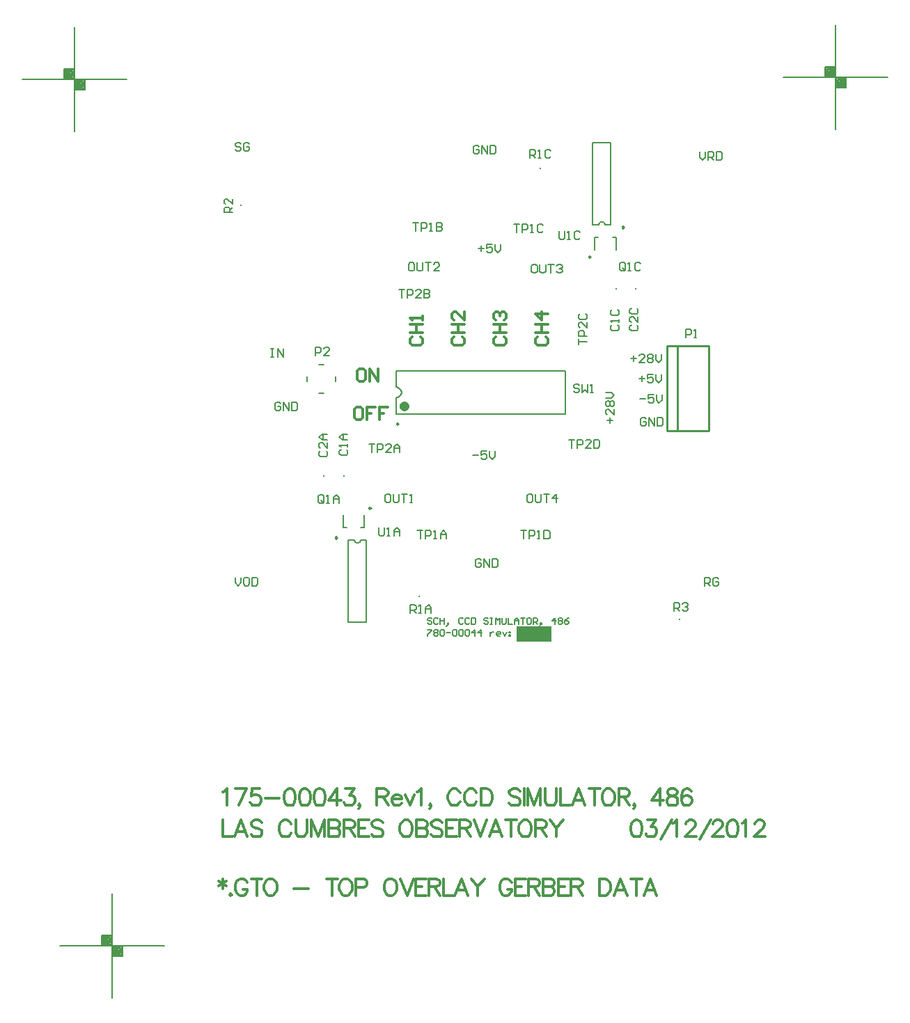
<source format=gto>
%FSLAX23Y23*%
%MOIN*%
G70*
G01*
G75*
G04 Layer_Color=65535*
%ADD10R,0.070X0.135*%
%ADD11R,0.087X0.024*%
%ADD12R,0.135X0.070*%
%ADD13R,0.050X0.050*%
%ADD14R,0.050X0.050*%
%ADD15R,0.035X0.037*%
%ADD16R,0.035X0.037*%
%ADD17C,0.010*%
%ADD18C,0.012*%
%ADD19C,0.008*%
%ADD20C,0.012*%
%ADD21C,0.012*%
%ADD22R,0.059X0.059*%
%ADD23C,0.059*%
%ADD24C,0.055*%
%ADD25R,0.070X0.070*%
%ADD26C,0.070*%
%ADD27C,0.024*%
%ADD28C,0.040*%
%ADD29C,0.075*%
G04:AMPARAMS|DCode=30|XSize=95.433mil|YSize=95.433mil|CornerRadius=0mil|HoleSize=0mil|Usage=FLASHONLY|Rotation=0.000|XOffset=0mil|YOffset=0mil|HoleType=Round|Shape=Relief|Width=10mil|Gap=10mil|Entries=4|*
%AMTHD30*
7,0,0,0.095,0.075,0.010,45*
%
%ADD30THD30*%
G04:AMPARAMS|DCode=31|XSize=93.465mil|YSize=93.465mil|CornerRadius=0mil|HoleSize=0mil|Usage=FLASHONLY|Rotation=0.000|XOffset=0mil|YOffset=0mil|HoleType=Round|Shape=Relief|Width=10mil|Gap=10mil|Entries=4|*
%AMTHD31*
7,0,0,0.093,0.073,0.010,45*
%
%ADD31THD31*%
%ADD32C,0.073*%
G04:AMPARAMS|DCode=33|XSize=100mil|YSize=100mil|CornerRadius=0mil|HoleSize=0mil|Usage=FLASHONLY|Rotation=0.000|XOffset=0mil|YOffset=0mil|HoleType=Round|Shape=Relief|Width=10mil|Gap=10mil|Entries=4|*
%AMTHD33*
7,0,0,0.100,0.080,0.010,45*
%
%ADD33THD33*%
%ADD34C,0.080*%
%ADD35C,0.050*%
G04:AMPARAMS|DCode=36|XSize=70mil|YSize=70mil|CornerRadius=0mil|HoleSize=0mil|Usage=FLASHONLY|Rotation=0.000|XOffset=0mil|YOffset=0mil|HoleType=Round|Shape=Relief|Width=10mil|Gap=10mil|Entries=4|*
%AMTHD36*
7,0,0,0.070,0.050,0.010,45*
%
%ADD36THD36*%
%ADD37C,0.005*%
%ADD38C,0.006*%
%ADD39C,0.008*%
%ADD40C,0.010*%
%ADD41C,0.024*%
%ADD42C,0.010*%
%ADD43C,0.007*%
%ADD44R,0.169X0.072*%
D17*
X16242Y8524D02*
Y8929D01*
X16442Y8524D02*
Y8929D01*
X16242Y8524D02*
X16442D01*
X16242Y8929D02*
X16442D01*
X16292Y8524D02*
Y8929D01*
D18*
X14113Y6377D02*
Y6331D01*
X14094Y6366D02*
X14132Y6343D01*
Y6366D02*
X14094Y6343D01*
X14152Y6305D02*
X14148Y6301D01*
X14152Y6297D01*
X14156Y6301D01*
X14152Y6305D01*
X14231Y6358D02*
X14227Y6366D01*
X14219Y6373D01*
X14212Y6377D01*
X14196D01*
X14189Y6373D01*
X14181Y6366D01*
X14177Y6358D01*
X14174Y6347D01*
Y6327D01*
X14177Y6316D01*
X14181Y6308D01*
X14189Y6301D01*
X14196Y6297D01*
X14212D01*
X14219Y6301D01*
X14227Y6308D01*
X14231Y6316D01*
Y6327D01*
X14212D02*
X14231D01*
X14276Y6377D02*
Y6297D01*
X14249Y6377D02*
X14302D01*
X14335D02*
X14327Y6373D01*
X14319Y6366D01*
X14316Y6358D01*
X14312Y6347D01*
Y6327D01*
X14316Y6316D01*
X14319Y6308D01*
X14327Y6301D01*
X14335Y6297D01*
X14350D01*
X14358Y6301D01*
X14365Y6308D01*
X14369Y6316D01*
X14373Y6327D01*
Y6347D01*
X14369Y6358D01*
X14365Y6366D01*
X14358Y6373D01*
X14350Y6377D01*
X14335D01*
X14454Y6331D02*
X14523D01*
X14636Y6377D02*
Y6297D01*
X14609Y6377D02*
X14663D01*
X14695D02*
X14687Y6373D01*
X14680Y6366D01*
X14676Y6358D01*
X14672Y6347D01*
Y6327D01*
X14676Y6316D01*
X14680Y6308D01*
X14687Y6301D01*
X14695Y6297D01*
X14710D01*
X14718Y6301D01*
X14725Y6308D01*
X14729Y6316D01*
X14733Y6327D01*
Y6347D01*
X14729Y6358D01*
X14725Y6366D01*
X14718Y6373D01*
X14710Y6377D01*
X14695D01*
X14752Y6335D02*
X14786D01*
X14797Y6339D01*
X14801Y6343D01*
X14805Y6350D01*
Y6362D01*
X14801Y6369D01*
X14797Y6373D01*
X14786Y6377D01*
X14752D01*
Y6297D01*
X14909Y6377D02*
X14901Y6373D01*
X14893Y6366D01*
X14890Y6358D01*
X14886Y6347D01*
Y6327D01*
X14890Y6316D01*
X14893Y6308D01*
X14901Y6301D01*
X14909Y6297D01*
X14924D01*
X14932Y6301D01*
X14939Y6308D01*
X14943Y6316D01*
X14947Y6327D01*
Y6347D01*
X14943Y6358D01*
X14939Y6366D01*
X14932Y6373D01*
X14924Y6377D01*
X14909D01*
X14965D02*
X14996Y6297D01*
X15026Y6377D02*
X14996Y6297D01*
X15086Y6377D02*
X15037D01*
Y6297D01*
X15086D01*
X15037Y6339D02*
X15067D01*
X15099Y6377D02*
Y6297D01*
Y6377D02*
X15134D01*
X15145Y6373D01*
X15149Y6369D01*
X15153Y6362D01*
Y6354D01*
X15149Y6347D01*
X15145Y6343D01*
X15134Y6339D01*
X15099D01*
X15126D02*
X15153Y6297D01*
X15171Y6377D02*
Y6297D01*
X15216D01*
X15286D02*
X15256Y6377D01*
X15225Y6297D01*
X15237Y6324D02*
X15275D01*
X15305Y6377D02*
X15335Y6339D01*
Y6297D01*
X15366Y6377D02*
X15335Y6339D01*
X15496Y6358D02*
X15492Y6366D01*
X15485Y6373D01*
X15477Y6377D01*
X15462D01*
X15454Y6373D01*
X15446Y6366D01*
X15443Y6358D01*
X15439Y6347D01*
Y6327D01*
X15443Y6316D01*
X15446Y6308D01*
X15454Y6301D01*
X15462Y6297D01*
X15477D01*
X15485Y6301D01*
X15492Y6308D01*
X15496Y6316D01*
Y6327D01*
X15477D02*
X15496D01*
X15564Y6377D02*
X15514D01*
Y6297D01*
X15564D01*
X15514Y6339D02*
X15545D01*
X15577Y6377D02*
Y6297D01*
Y6377D02*
X15611D01*
X15623Y6373D01*
X15627Y6369D01*
X15630Y6362D01*
Y6354D01*
X15627Y6347D01*
X15623Y6343D01*
X15611Y6339D01*
X15577D01*
X15604D02*
X15630Y6297D01*
X15648Y6377D02*
Y6297D01*
Y6377D02*
X15683D01*
X15694Y6373D01*
X15698Y6369D01*
X15702Y6362D01*
Y6354D01*
X15698Y6347D01*
X15694Y6343D01*
X15683Y6339D01*
X15648D02*
X15683D01*
X15694Y6335D01*
X15698Y6331D01*
X15702Y6324D01*
Y6312D01*
X15698Y6305D01*
X15694Y6301D01*
X15683Y6297D01*
X15648D01*
X15769Y6377D02*
X15720D01*
Y6297D01*
X15769D01*
X15720Y6339D02*
X15750D01*
X15782Y6377D02*
Y6297D01*
Y6377D02*
X15817D01*
X15828Y6373D01*
X15832Y6369D01*
X15836Y6362D01*
Y6354D01*
X15832Y6347D01*
X15828Y6343D01*
X15817Y6339D01*
X15782D01*
X15809D02*
X15836Y6297D01*
X15916Y6377D02*
Y6297D01*
Y6377D02*
X15943D01*
X15955Y6373D01*
X15962Y6366D01*
X15966Y6358D01*
X15970Y6347D01*
Y6327D01*
X15966Y6316D01*
X15962Y6308D01*
X15955Y6301D01*
X15943Y6297D01*
X15916D01*
X16049D02*
X16018Y6377D01*
X15988Y6297D01*
X15999Y6324D02*
X16037D01*
X16094Y6377D02*
Y6297D01*
X16067Y6377D02*
X16121D01*
X16191Y6297D02*
X16161Y6377D01*
X16130Y6297D01*
X16142Y6324D02*
X16180D01*
D19*
X14391Y8652D02*
X14385Y8658D01*
X14371D01*
X14365Y8652D01*
Y8625D01*
X14371Y8618D01*
X14385D01*
X14391Y8625D01*
Y8638D01*
X14378D01*
X14405Y8618D02*
Y8658D01*
X14431Y8618D01*
Y8658D01*
X14445D02*
Y8618D01*
X14465D01*
X14471Y8625D01*
Y8652D01*
X14465Y8658D01*
X14445D01*
X16796Y10217D02*
X17296D01*
X17046Y9967D02*
Y10467D01*
X17096Y10167D02*
Y10217D01*
X17046Y10167D02*
X17096D01*
X16996Y10217D02*
Y10267D01*
X17046D01*
X17001Y10222D02*
X17041D01*
X17001D02*
Y10262D01*
X17041D01*
Y10222D02*
Y10262D01*
X17006Y10227D02*
X17036D01*
X17006D02*
Y10257D01*
X17036D01*
Y10232D02*
Y10257D01*
X17011Y10232D02*
X17031D01*
X17011D02*
Y10252D01*
X17031D01*
Y10237D02*
Y10252D01*
X17016Y10237D02*
X17026D01*
X17016D02*
Y10247D01*
X17026D01*
Y10237D02*
Y10247D01*
X17016Y10242D02*
X17026D01*
X17051Y10172D02*
X17091D01*
X17051D02*
Y10212D01*
X17091D01*
Y10172D02*
Y10212D01*
X17056Y10177D02*
X17086D01*
X17056D02*
Y10207D01*
X17086D01*
Y10182D02*
Y10207D01*
X17061Y10182D02*
X17081D01*
X17061D02*
Y10202D01*
X17081D01*
Y10187D02*
Y10202D01*
X17066Y10187D02*
X17076D01*
X17066D02*
Y10197D01*
X17076D01*
Y10187D02*
Y10197D01*
X17066Y10192D02*
X17076D01*
X13155Y10207D02*
X13655D01*
X13405Y9957D02*
Y10457D01*
X13455Y10157D02*
Y10207D01*
X13405Y10157D02*
X13455D01*
X13355Y10207D02*
Y10257D01*
X13405D01*
X13360Y10212D02*
X13400D01*
X13360D02*
Y10252D01*
X13400D01*
Y10212D02*
Y10252D01*
X13365Y10217D02*
X13395D01*
X13365D02*
Y10247D01*
X13395D01*
Y10222D02*
Y10247D01*
X13370Y10222D02*
X13390D01*
X13370D02*
Y10242D01*
X13390D01*
Y10227D02*
Y10242D01*
X13375Y10227D02*
X13385D01*
X13375D02*
Y10237D01*
X13385D01*
Y10227D02*
Y10237D01*
X13375Y10232D02*
X13385D01*
X13410Y10162D02*
X13450D01*
X13410D02*
Y10202D01*
X13450D01*
Y10162D02*
Y10202D01*
X13415Y10167D02*
X13445D01*
X13415D02*
Y10197D01*
X13445D01*
Y10172D02*
Y10197D01*
X13420Y10172D02*
X13440D01*
X13420D02*
Y10192D01*
X13440D01*
Y10177D02*
Y10192D01*
X13425Y10177D02*
X13435D01*
X13425D02*
Y10187D01*
X13435D01*
Y10177D02*
Y10187D01*
X13425Y10182D02*
X13435D01*
X13334Y6057D02*
X13834D01*
X13584Y5807D02*
Y6307D01*
X13634Y6007D02*
Y6057D01*
X13584Y6007D02*
X13634D01*
X13534Y6057D02*
Y6107D01*
X13584D01*
X13539Y6062D02*
X13579D01*
X13539D02*
Y6102D01*
X13579D01*
Y6062D02*
Y6102D01*
X13544Y6067D02*
X13574D01*
X13544D02*
Y6097D01*
X13574D01*
Y6072D02*
Y6097D01*
X13549Y6072D02*
X13569D01*
X13549D02*
Y6092D01*
X13569D01*
Y6077D02*
Y6092D01*
X13554Y6077D02*
X13564D01*
X13554D02*
Y6087D01*
X13564D01*
Y6077D02*
Y6087D01*
X13554Y6082D02*
X13564D01*
X13589Y6012D02*
X13629D01*
X13589D02*
Y6052D01*
X13629D01*
Y6012D02*
Y6052D01*
X13594Y6017D02*
X13624D01*
X13594D02*
Y6047D01*
X13624D01*
Y6022D02*
Y6047D01*
X13599Y6022D02*
X13619D01*
X13599D02*
Y6042D01*
X13619D01*
Y6027D02*
Y6042D01*
X13604Y6027D02*
X13614D01*
X13604D02*
Y6037D01*
X13614D01*
Y6027D02*
Y6037D01*
X13604Y6032D02*
X13614D01*
D20*
X14115Y6658D02*
Y6578D01*
X14161D01*
X14230D02*
X14200Y6658D01*
X14169Y6578D01*
X14181Y6604D02*
X14219D01*
X14302Y6646D02*
X14295Y6654D01*
X14283Y6658D01*
X14268D01*
X14257Y6654D01*
X14249Y6646D01*
Y6639D01*
X14253Y6631D01*
X14257Y6627D01*
X14264Y6623D01*
X14287Y6616D01*
X14295Y6612D01*
X14299Y6608D01*
X14302Y6600D01*
Y6589D01*
X14295Y6581D01*
X14283Y6578D01*
X14268D01*
X14257Y6581D01*
X14249Y6589D01*
X14440Y6639D02*
X14436Y6646D01*
X14429Y6654D01*
X14421Y6658D01*
X14406D01*
X14398Y6654D01*
X14391Y6646D01*
X14387Y6639D01*
X14383Y6627D01*
Y6608D01*
X14387Y6597D01*
X14391Y6589D01*
X14398Y6581D01*
X14406Y6578D01*
X14421D01*
X14429Y6581D01*
X14436Y6589D01*
X14440Y6597D01*
X14463Y6658D02*
Y6600D01*
X14467Y6589D01*
X14474Y6581D01*
X14486Y6578D01*
X14493D01*
X14505Y6581D01*
X14512Y6589D01*
X14516Y6600D01*
Y6658D01*
X14538D02*
Y6578D01*
Y6658D02*
X14569Y6578D01*
X14599Y6658D02*
X14569Y6578D01*
X14599Y6658D02*
Y6578D01*
X14622Y6658D02*
Y6578D01*
Y6658D02*
X14656D01*
X14668Y6654D01*
X14671Y6650D01*
X14675Y6642D01*
Y6635D01*
X14671Y6627D01*
X14668Y6623D01*
X14656Y6619D01*
X14622D02*
X14656D01*
X14668Y6616D01*
X14671Y6612D01*
X14675Y6604D01*
Y6593D01*
X14671Y6585D01*
X14668Y6581D01*
X14656Y6578D01*
X14622D01*
X14693Y6658D02*
Y6578D01*
Y6658D02*
X14727D01*
X14739Y6654D01*
X14743Y6650D01*
X14747Y6642D01*
Y6635D01*
X14743Y6627D01*
X14739Y6623D01*
X14727Y6619D01*
X14693D01*
X14720D02*
X14747Y6578D01*
X14814Y6658D02*
X14764D01*
Y6578D01*
X14814D01*
X14764Y6619D02*
X14795D01*
X14881Y6646D02*
X14873Y6654D01*
X14862Y6658D01*
X14846D01*
X14835Y6654D01*
X14827Y6646D01*
Y6639D01*
X14831Y6631D01*
X14835Y6627D01*
X14842Y6623D01*
X14865Y6616D01*
X14873Y6612D01*
X14877Y6608D01*
X14881Y6600D01*
Y6589D01*
X14873Y6581D01*
X14862Y6578D01*
X14846D01*
X14835Y6581D01*
X14827Y6589D01*
X14984Y6658D02*
X14977Y6654D01*
X14969Y6646D01*
X14965Y6639D01*
X14961Y6627D01*
Y6608D01*
X14965Y6597D01*
X14969Y6589D01*
X14977Y6581D01*
X14984Y6578D01*
X14999D01*
X15007Y6581D01*
X15015Y6589D01*
X15018Y6597D01*
X15022Y6608D01*
Y6627D01*
X15018Y6639D01*
X15015Y6646D01*
X15007Y6654D01*
X14999Y6658D01*
X14984D01*
X15041D02*
Y6578D01*
Y6658D02*
X15075D01*
X15087Y6654D01*
X15090Y6650D01*
X15094Y6642D01*
Y6635D01*
X15090Y6627D01*
X15087Y6623D01*
X15075Y6619D01*
X15041D02*
X15075D01*
X15087Y6616D01*
X15090Y6612D01*
X15094Y6604D01*
Y6593D01*
X15090Y6585D01*
X15087Y6581D01*
X15075Y6578D01*
X15041D01*
X15165Y6646D02*
X15158Y6654D01*
X15146Y6658D01*
X15131D01*
X15120Y6654D01*
X15112Y6646D01*
Y6639D01*
X15116Y6631D01*
X15120Y6627D01*
X15127Y6623D01*
X15150Y6616D01*
X15158Y6612D01*
X15162Y6608D01*
X15165Y6600D01*
Y6589D01*
X15158Y6581D01*
X15146Y6578D01*
X15131D01*
X15120Y6581D01*
X15112Y6589D01*
X15233Y6658D02*
X15183D01*
Y6578D01*
X15233D01*
X15183Y6619D02*
X15214D01*
X15246Y6658D02*
Y6578D01*
Y6658D02*
X15280D01*
X15292Y6654D01*
X15296Y6650D01*
X15300Y6642D01*
Y6635D01*
X15296Y6627D01*
X15292Y6623D01*
X15280Y6619D01*
X15246D01*
X15273D02*
X15300Y6578D01*
X15317Y6658D02*
X15348Y6578D01*
X15378Y6658D02*
X15348Y6578D01*
X15450D02*
X15419Y6658D01*
X15389Y6578D01*
X15400Y6604D02*
X15438D01*
X15495Y6658D02*
Y6578D01*
X15468Y6658D02*
X15522D01*
X15554D02*
X15546Y6654D01*
X15539Y6646D01*
X15535Y6639D01*
X15531Y6627D01*
Y6608D01*
X15535Y6597D01*
X15539Y6589D01*
X15546Y6581D01*
X15554Y6578D01*
X15569D01*
X15577Y6581D01*
X15584Y6589D01*
X15588Y6597D01*
X15592Y6608D01*
Y6627D01*
X15588Y6639D01*
X15584Y6646D01*
X15577Y6654D01*
X15569Y6658D01*
X15554D01*
X15611D02*
Y6578D01*
Y6658D02*
X15645D01*
X15656Y6654D01*
X15660Y6650D01*
X15664Y6642D01*
Y6635D01*
X15660Y6627D01*
X15656Y6623D01*
X15645Y6619D01*
X15611D01*
X15637D02*
X15664Y6578D01*
X15682Y6658D02*
X15712Y6619D01*
Y6578D01*
X15743Y6658D02*
X15712Y6619D01*
X16090Y6658D02*
X16079Y6654D01*
X16071Y6642D01*
X16067Y6623D01*
Y6612D01*
X16071Y6593D01*
X16079Y6581D01*
X16090Y6578D01*
X16098D01*
X16109Y6581D01*
X16117Y6593D01*
X16121Y6612D01*
Y6623D01*
X16117Y6642D01*
X16109Y6654D01*
X16098Y6658D01*
X16090D01*
X16146D02*
X16188D01*
X16165Y6627D01*
X16177D01*
X16184Y6623D01*
X16188Y6619D01*
X16192Y6608D01*
Y6600D01*
X16188Y6589D01*
X16180Y6581D01*
X16169Y6578D01*
X16158D01*
X16146Y6581D01*
X16142Y6585D01*
X16139Y6593D01*
X16210Y6566D02*
X16263Y6658D01*
X16268Y6642D02*
X16276Y6646D01*
X16288Y6658D01*
Y6578D01*
X16331Y6639D02*
Y6642D01*
X16335Y6650D01*
X16339Y6654D01*
X16346Y6658D01*
X16361D01*
X16369Y6654D01*
X16373Y6650D01*
X16377Y6642D01*
Y6635D01*
X16373Y6627D01*
X16365Y6616D01*
X16327Y6578D01*
X16380D01*
X16398Y6566D02*
X16452Y6658D01*
X16461Y6639D02*
Y6642D01*
X16465Y6650D01*
X16468Y6654D01*
X16476Y6658D01*
X16491D01*
X16499Y6654D01*
X16503Y6650D01*
X16507Y6642D01*
Y6635D01*
X16503Y6627D01*
X16495Y6616D01*
X16457Y6578D01*
X16510D01*
X16551Y6658D02*
X16540Y6654D01*
X16532Y6642D01*
X16528Y6623D01*
Y6612D01*
X16532Y6593D01*
X16540Y6581D01*
X16551Y6578D01*
X16559D01*
X16570Y6581D01*
X16578Y6593D01*
X16582Y6612D01*
Y6623D01*
X16578Y6642D01*
X16570Y6654D01*
X16559Y6658D01*
X16551D01*
X16599Y6642D02*
X16607Y6646D01*
X16618Y6658D01*
Y6578D01*
X16662Y6639D02*
Y6642D01*
X16666Y6650D01*
X16670Y6654D01*
X16677Y6658D01*
X16692D01*
X16700Y6654D01*
X16704Y6650D01*
X16708Y6642D01*
Y6635D01*
X16704Y6627D01*
X16696Y6616D01*
X16658Y6578D01*
X16711D01*
D21*
X15621Y8972D02*
X15611Y8962D01*
Y8942D01*
X15621Y8932D01*
X15661D01*
X15671Y8942D01*
Y8962D01*
X15661Y8972D01*
X15611Y8992D02*
X15671D01*
X15641D01*
Y9032D01*
X15611D01*
X15671D01*
Y9082D02*
X15611D01*
X15641Y9052D01*
Y9092D01*
X15421Y8972D02*
X15411Y8962D01*
Y8942D01*
X15421Y8932D01*
X15461D01*
X15471Y8942D01*
Y8962D01*
X15461Y8972D01*
X15411Y8992D02*
X15471D01*
X15441D01*
Y9032D01*
X15411D01*
X15471D01*
X15421Y9052D02*
X15411Y9062D01*
Y9082D01*
X15421Y9092D01*
X15431D01*
X15441Y9082D01*
Y9072D01*
Y9082D01*
X15451Y9092D01*
X15461D01*
X15471Y9082D01*
Y9062D01*
X15461Y9052D01*
X15221Y8972D02*
X15211Y8962D01*
Y8942D01*
X15221Y8932D01*
X15261D01*
X15271Y8942D01*
Y8962D01*
X15261Y8972D01*
X15211Y8992D02*
X15271D01*
X15241D01*
Y9032D01*
X15211D01*
X15271D01*
Y9092D02*
Y9052D01*
X15231Y9092D01*
X15221D01*
X15211Y9082D01*
Y9062D01*
X15221Y9052D01*
X15021Y8972D02*
X15011Y8962D01*
Y8942D01*
X15021Y8932D01*
X15061D01*
X15071Y8942D01*
Y8962D01*
X15061Y8972D01*
X15011Y8992D02*
X15071D01*
X15041D01*
Y9032D01*
X15011D01*
X15071D01*
Y9052D02*
Y9072D01*
Y9062D01*
X15011D01*
X15021Y9052D01*
X14773Y8636D02*
X14753D01*
X14743Y8626D01*
Y8586D01*
X14753Y8576D01*
X14773D01*
X14783Y8586D01*
Y8626D01*
X14773Y8636D01*
X14843D02*
X14803D01*
Y8606D01*
X14823D01*
X14803D01*
Y8576D01*
X14903Y8636D02*
X14863D01*
Y8606D01*
X14883D01*
X14863D01*
Y8576D01*
X14787Y8820D02*
X14767D01*
X14757Y8810D01*
Y8770D01*
X14767Y8760D01*
X14787D01*
X14797Y8770D01*
Y8810D01*
X14787Y8820D01*
X14817Y8760D02*
Y8820D01*
X14857Y8760D01*
Y8820D01*
X14115Y6792D02*
X14123Y6796D01*
X14134Y6808D01*
Y6728D01*
X14227Y6808D02*
X14189Y6728D01*
X14174Y6808D02*
X14227D01*
X14291D02*
X14253D01*
X14249Y6773D01*
X14253Y6777D01*
X14264Y6781D01*
X14275D01*
X14287Y6777D01*
X14294Y6769D01*
X14298Y6758D01*
Y6750D01*
X14294Y6739D01*
X14287Y6731D01*
X14275Y6728D01*
X14264D01*
X14253Y6731D01*
X14249Y6735D01*
X14245Y6743D01*
X14316Y6762D02*
X14385D01*
X14431Y6808D02*
X14420Y6804D01*
X14412Y6792D01*
X14408Y6773D01*
Y6762D01*
X14412Y6743D01*
X14420Y6731D01*
X14431Y6728D01*
X14439D01*
X14450Y6731D01*
X14458Y6743D01*
X14462Y6762D01*
Y6773D01*
X14458Y6792D01*
X14450Y6804D01*
X14439Y6808D01*
X14431D01*
X14502D02*
X14491Y6804D01*
X14483Y6792D01*
X14480Y6773D01*
Y6762D01*
X14483Y6743D01*
X14491Y6731D01*
X14502Y6728D01*
X14510D01*
X14521Y6731D01*
X14529Y6743D01*
X14533Y6762D01*
Y6773D01*
X14529Y6792D01*
X14521Y6804D01*
X14510Y6808D01*
X14502D01*
X14574D02*
X14562Y6804D01*
X14555Y6792D01*
X14551Y6773D01*
Y6762D01*
X14555Y6743D01*
X14562Y6731D01*
X14574Y6728D01*
X14581D01*
X14593Y6731D01*
X14600Y6743D01*
X14604Y6762D01*
Y6773D01*
X14600Y6792D01*
X14593Y6804D01*
X14581Y6808D01*
X14574D01*
X14660D02*
X14622Y6754D01*
X14679D01*
X14660Y6808D02*
Y6728D01*
X14701Y6808D02*
X14743D01*
X14720Y6777D01*
X14731D01*
X14739Y6773D01*
X14743Y6769D01*
X14747Y6758D01*
Y6750D01*
X14743Y6739D01*
X14735Y6731D01*
X14724Y6728D01*
X14712D01*
X14701Y6731D01*
X14697Y6735D01*
X14693Y6743D01*
X14772Y6731D02*
X14768Y6728D01*
X14764Y6731D01*
X14768Y6735D01*
X14772Y6731D01*
Y6724D01*
X14768Y6716D01*
X14764Y6712D01*
X14852Y6808D02*
Y6728D01*
Y6808D02*
X14887D01*
X14898Y6804D01*
X14902Y6800D01*
X14906Y6792D01*
Y6785D01*
X14902Y6777D01*
X14898Y6773D01*
X14887Y6769D01*
X14852D01*
X14879D02*
X14906Y6728D01*
X14924Y6758D02*
X14969D01*
Y6766D01*
X14966Y6773D01*
X14962Y6777D01*
X14954Y6781D01*
X14943D01*
X14935Y6777D01*
X14927Y6769D01*
X14924Y6758D01*
Y6750D01*
X14927Y6739D01*
X14935Y6731D01*
X14943Y6728D01*
X14954D01*
X14962Y6731D01*
X14969Y6739D01*
X14986Y6781D02*
X15009Y6728D01*
X15032Y6781D02*
X15009Y6728D01*
X15045Y6792D02*
X15053Y6796D01*
X15064Y6808D01*
Y6728D01*
X15111Y6731D02*
X15108Y6728D01*
X15104Y6731D01*
X15108Y6735D01*
X15111Y6731D01*
Y6724D01*
X15108Y6716D01*
X15104Y6712D01*
X15249Y6789D02*
X15245Y6796D01*
X15237Y6804D01*
X15230Y6808D01*
X15215D01*
X15207Y6804D01*
X15199Y6796D01*
X15196Y6789D01*
X15192Y6777D01*
Y6758D01*
X15196Y6747D01*
X15199Y6739D01*
X15207Y6731D01*
X15215Y6728D01*
X15230D01*
X15237Y6731D01*
X15245Y6739D01*
X15249Y6747D01*
X15328Y6789D02*
X15325Y6796D01*
X15317Y6804D01*
X15309Y6808D01*
X15294D01*
X15287Y6804D01*
X15279Y6796D01*
X15275Y6789D01*
X15271Y6777D01*
Y6758D01*
X15275Y6747D01*
X15279Y6739D01*
X15287Y6731D01*
X15294Y6728D01*
X15309D01*
X15317Y6731D01*
X15325Y6739D01*
X15328Y6747D01*
X15351Y6808D02*
Y6728D01*
Y6808D02*
X15378D01*
X15389Y6804D01*
X15397Y6796D01*
X15400Y6789D01*
X15404Y6777D01*
Y6758D01*
X15400Y6747D01*
X15397Y6739D01*
X15389Y6731D01*
X15378Y6728D01*
X15351D01*
X15538Y6796D02*
X15531Y6804D01*
X15519Y6808D01*
X15504D01*
X15493Y6804D01*
X15485Y6796D01*
Y6789D01*
X15489Y6781D01*
X15493Y6777D01*
X15500Y6773D01*
X15523Y6766D01*
X15531Y6762D01*
X15535Y6758D01*
X15538Y6750D01*
Y6739D01*
X15531Y6731D01*
X15519Y6728D01*
X15504D01*
X15493Y6731D01*
X15485Y6739D01*
X15556Y6808D02*
Y6728D01*
X15573Y6808D02*
Y6728D01*
Y6808D02*
X15603Y6728D01*
X15634Y6808D02*
X15603Y6728D01*
X15634Y6808D02*
Y6728D01*
X15657Y6808D02*
Y6750D01*
X15661Y6739D01*
X15668Y6731D01*
X15680Y6728D01*
X15687D01*
X15699Y6731D01*
X15706Y6739D01*
X15710Y6750D01*
Y6808D01*
X15732D02*
Y6728D01*
X15778D01*
X15848D02*
X15817Y6808D01*
X15787Y6728D01*
X15798Y6754D02*
X15836D01*
X15893Y6808D02*
Y6728D01*
X15866Y6808D02*
X15920D01*
X15952D02*
X15944Y6804D01*
X15937Y6796D01*
X15933Y6789D01*
X15929Y6777D01*
Y6758D01*
X15933Y6747D01*
X15937Y6739D01*
X15944Y6731D01*
X15952Y6728D01*
X15967D01*
X15975Y6731D01*
X15982Y6739D01*
X15986Y6747D01*
X15990Y6758D01*
Y6777D01*
X15986Y6789D01*
X15982Y6796D01*
X15975Y6804D01*
X15967Y6808D01*
X15952D01*
X16009D02*
Y6728D01*
Y6808D02*
X16043D01*
X16054Y6804D01*
X16058Y6800D01*
X16062Y6792D01*
Y6785D01*
X16058Y6777D01*
X16054Y6773D01*
X16043Y6769D01*
X16009D01*
X16035D02*
X16062Y6728D01*
X16088Y6731D02*
X16084Y6728D01*
X16080Y6731D01*
X16084Y6735D01*
X16088Y6731D01*
Y6724D01*
X16084Y6716D01*
X16080Y6712D01*
X16206Y6808D02*
X16168Y6754D01*
X16225D01*
X16206Y6808D02*
Y6728D01*
X16258Y6808D02*
X16247Y6804D01*
X16243Y6796D01*
Y6789D01*
X16247Y6781D01*
X16254Y6777D01*
X16270Y6773D01*
X16281Y6769D01*
X16289Y6762D01*
X16292Y6754D01*
Y6743D01*
X16289Y6735D01*
X16285Y6731D01*
X16273Y6728D01*
X16258D01*
X16247Y6731D01*
X16243Y6735D01*
X16239Y6743D01*
Y6754D01*
X16243Y6762D01*
X16251Y6769D01*
X16262Y6773D01*
X16277Y6777D01*
X16285Y6781D01*
X16289Y6789D01*
Y6796D01*
X16285Y6804D01*
X16273Y6808D01*
X16258D01*
X16356Y6796D02*
X16352Y6804D01*
X16341Y6808D01*
X16333D01*
X16322Y6804D01*
X16314Y6792D01*
X16310Y6773D01*
Y6754D01*
X16314Y6739D01*
X16322Y6731D01*
X16333Y6728D01*
X16337D01*
X16348Y6731D01*
X16356Y6739D01*
X16360Y6750D01*
Y6754D01*
X16356Y6766D01*
X16348Y6773D01*
X16337Y6777D01*
X16333D01*
X16322Y6773D01*
X16314Y6766D01*
X16310Y6754D01*
D37*
X15095Y7571D02*
X15115D01*
Y7566D01*
X15095Y7546D01*
Y7541D01*
X15125Y7566D02*
X15130Y7571D01*
X15140D01*
X15145Y7566D01*
Y7561D01*
X15140Y7556D01*
X15145Y7551D01*
Y7546D01*
X15140Y7541D01*
X15130D01*
X15125Y7546D01*
Y7551D01*
X15130Y7556D01*
X15125Y7561D01*
Y7566D01*
X15130Y7556D02*
X15140D01*
X15155Y7566D02*
X15160Y7571D01*
X15170D01*
X15175Y7566D01*
Y7546D01*
X15170Y7541D01*
X15160D01*
X15155Y7546D01*
Y7566D01*
X15185Y7556D02*
X15205D01*
X15215Y7566D02*
X15220Y7571D01*
X15230D01*
X15235Y7566D01*
Y7546D01*
X15230Y7541D01*
X15220D01*
X15215Y7546D01*
Y7566D01*
X15245D02*
X15250Y7571D01*
X15260D01*
X15265Y7566D01*
Y7546D01*
X15260Y7541D01*
X15250D01*
X15245Y7546D01*
Y7566D01*
X15275D02*
X15280Y7571D01*
X15290D01*
X15295Y7566D01*
Y7546D01*
X15290Y7541D01*
X15280D01*
X15275Y7546D01*
Y7566D01*
X15320Y7541D02*
Y7571D01*
X15305Y7556D01*
X15325D01*
X15350Y7541D02*
Y7571D01*
X15335Y7556D01*
X15355D01*
X15395Y7561D02*
Y7541D01*
Y7551D01*
X15400Y7556D01*
X15405Y7561D01*
X15410D01*
X15440Y7541D02*
X15430D01*
X15425Y7546D01*
Y7556D01*
X15430Y7561D01*
X15440D01*
X15445Y7556D01*
Y7551D01*
X15425D01*
X15455Y7561D02*
X15465Y7541D01*
X15475Y7561D01*
X15485D02*
X15490D01*
Y7556D01*
X15485D01*
Y7561D01*
Y7546D02*
X15490D01*
Y7541D01*
X15485D01*
Y7546D01*
X15115Y7622D02*
X15110Y7627D01*
X15100D01*
X15095Y7622D01*
Y7617D01*
X15100Y7612D01*
X15110D01*
X15115Y7607D01*
Y7602D01*
X15110Y7597D01*
X15100D01*
X15095Y7602D01*
X15145Y7622D02*
X15140Y7627D01*
X15130D01*
X15125Y7622D01*
Y7602D01*
X15130Y7597D01*
X15140D01*
X15145Y7602D01*
X15155Y7627D02*
Y7597D01*
Y7612D01*
X15175D01*
Y7627D01*
Y7597D01*
X15190Y7592D02*
X15195Y7597D01*
Y7602D01*
X15190D01*
Y7597D01*
X15195D01*
X15190Y7592D01*
X15185Y7587D01*
X15265Y7622D02*
X15260Y7627D01*
X15250D01*
X15245Y7622D01*
Y7602D01*
X15250Y7597D01*
X15260D01*
X15265Y7602D01*
X15295Y7622D02*
X15290Y7627D01*
X15280D01*
X15275Y7622D01*
Y7602D01*
X15280Y7597D01*
X15290D01*
X15295Y7602D01*
X15305Y7627D02*
Y7597D01*
X15320D01*
X15325Y7602D01*
Y7622D01*
X15320Y7627D01*
X15305D01*
X15385Y7622D02*
X15380Y7627D01*
X15370D01*
X15365Y7622D01*
Y7617D01*
X15370Y7612D01*
X15380D01*
X15385Y7607D01*
Y7602D01*
X15380Y7597D01*
X15370D01*
X15365Y7602D01*
X15395Y7627D02*
X15405D01*
X15400D01*
Y7597D01*
X15395D01*
X15405D01*
X15420D02*
Y7627D01*
X15430Y7617D01*
X15440Y7627D01*
Y7597D01*
X15450Y7627D02*
Y7602D01*
X15455Y7597D01*
X15465D01*
X15470Y7602D01*
Y7627D01*
X15480D02*
Y7597D01*
X15500D01*
X15510D02*
Y7617D01*
X15520Y7627D01*
X15530Y7617D01*
Y7597D01*
Y7612D01*
X15510D01*
X15540Y7627D02*
X15560D01*
X15550D01*
Y7597D01*
X15585Y7627D02*
X15575D01*
X15570Y7622D01*
Y7602D01*
X15575Y7597D01*
X15585D01*
X15590Y7602D01*
Y7622D01*
X15585Y7627D01*
X15600Y7597D02*
Y7627D01*
X15615D01*
X15620Y7622D01*
Y7612D01*
X15615Y7607D01*
X15600D01*
X15610D02*
X15620Y7597D01*
X15635Y7592D02*
X15640Y7597D01*
Y7602D01*
X15635D01*
Y7597D01*
X15640D01*
X15635Y7592D01*
X15630Y7587D01*
X15705Y7597D02*
Y7627D01*
X15690Y7612D01*
X15710D01*
X15720Y7622D02*
X15725Y7627D01*
X15735D01*
X15740Y7622D01*
Y7617D01*
X15735Y7612D01*
X15740Y7607D01*
Y7602D01*
X15735Y7597D01*
X15725D01*
X15720Y7602D01*
Y7607D01*
X15725Y7612D01*
X15720Y7617D01*
Y7622D01*
X15725Y7612D02*
X15735D01*
X15770Y7627D02*
X15760Y7622D01*
X15750Y7612D01*
Y7602D01*
X15755Y7597D01*
X15765D01*
X15770Y7602D01*
Y7607D01*
X15765Y7612D01*
X15750D01*
D39*
X15943Y9510D02*
X15940Y9518D01*
X15933Y9524D01*
X15924D01*
X15916Y9518D01*
X15914Y9510D01*
X14944Y8682D02*
X14953Y8684D01*
X14961Y8689D01*
X14967Y8697D01*
X14969Y8707D01*
X14967Y8716D01*
X14961Y8724D01*
X14953Y8730D01*
X14944Y8732D01*
X14744Y8000D02*
X14746Y7991D01*
X14754Y7986D01*
X14763D01*
X14770Y7991D01*
X14773Y8000D01*
X15885Y9510D02*
Y9904D01*
X15971Y9510D02*
Y9904D01*
X15885D02*
X15971D01*
X15885Y9510D02*
X15914D01*
X15943D02*
X15971D01*
X14944Y8602D02*
X15755D01*
X14944Y8811D02*
X15755D01*
X14944Y8602D02*
Y8682D01*
Y8732D02*
Y8811D01*
X15755Y8602D02*
Y8811D01*
X15996Y9391D02*
Y9449D01*
X15894Y9391D02*
Y9449D01*
X15912D01*
X15979D02*
X15996D01*
X14690Y8061D02*
Y8119D01*
X14792Y8061D02*
Y8119D01*
X14775Y8061D02*
X14792D01*
X14690D02*
X14708D01*
X14575Y8703D02*
X14596D01*
X14575Y8841D02*
X14596D01*
X14516Y8761D02*
Y8782D01*
X14654Y8761D02*
Y8782D01*
X14801Y7606D02*
Y8000D01*
X14715Y7606D02*
Y8000D01*
Y7606D02*
X14801D01*
X14773Y8000D02*
X14801D01*
X14715D02*
X14744D01*
D40*
X16035Y9498D02*
X16028Y9503D01*
Y9494D01*
X16035Y9498D01*
X14953Y8557D02*
X14946Y8561D01*
Y8553D01*
X14953Y8557D01*
X15873Y9357D02*
X15866Y9361D01*
Y9352D01*
X15873Y9357D01*
X14823Y8153D02*
X14815Y8157D01*
Y8149D01*
X14823Y8153D01*
X14661Y8011D02*
X14653Y8015D01*
Y8007D01*
X14661Y8011D01*
D41*
X14995Y8642D02*
X14990Y8651D01*
X14980Y8653D01*
X14972Y8647D01*
Y8637D01*
X14980Y8630D01*
X14990Y8633D01*
X14995Y8642D01*
D42*
X16301Y7618D02*
D03*
X14202Y9602D02*
D03*
X15635Y9781D02*
D03*
X15055Y7729D02*
D03*
X16092Y9203D02*
D03*
X14598Y8307D02*
D03*
X15997Y9203D02*
D03*
X14693Y8307D02*
D03*
D43*
X16141Y8580D02*
X16134Y8587D01*
X16121D01*
X16114Y8580D01*
Y8553D01*
X16121Y8547D01*
X16134D01*
X16141Y8553D01*
Y8567D01*
X16128D01*
X16154Y8547D02*
Y8587D01*
X16181Y8547D01*
Y8587D01*
X16194D02*
Y8547D01*
X16214D01*
X16221Y8553D01*
Y8580D01*
X16214Y8587D01*
X16194D01*
X16109Y8677D02*
X16136D01*
X16176Y8697D02*
X16149D01*
Y8677D01*
X16162Y8683D01*
X16169D01*
X16176Y8677D01*
Y8663D01*
X16169Y8657D01*
X16156D01*
X16149Y8663D01*
X16189Y8697D02*
Y8670D01*
X16202Y8657D01*
X16216Y8670D01*
Y8697D01*
X16106Y8772D02*
X16133D01*
X16120Y8785D02*
Y8758D01*
X16173Y8792D02*
X16146D01*
Y8772D01*
X16159Y8778D01*
X16166D01*
X16173Y8772D01*
Y8758D01*
X16166Y8752D01*
X16153D01*
X16146Y8758D01*
X16186Y8792D02*
Y8765D01*
X16199Y8752D01*
X16213Y8765D01*
Y8792D01*
X16066Y8871D02*
X16093D01*
X16080Y8884D02*
Y8857D01*
X16133Y8851D02*
X16106D01*
X16133Y8877D01*
Y8884D01*
X16126Y8891D01*
X16113D01*
X16106Y8884D01*
X16146D02*
X16153Y8891D01*
X16166D01*
X16173Y8884D01*
Y8877D01*
X16166Y8871D01*
X16173Y8864D01*
Y8857D01*
X16166Y8851D01*
X16153D01*
X16146Y8857D01*
Y8864D01*
X16153Y8871D01*
X16146Y8877D01*
Y8884D01*
X16153Y8871D02*
X16166D01*
X16186Y8891D02*
Y8864D01*
X16199Y8851D01*
X16213Y8864D01*
Y8891D01*
X15311Y8407D02*
X15337D01*
X15377Y8427D02*
X15351D01*
Y8407D01*
X15364Y8414D01*
X15371D01*
X15377Y8407D01*
Y8394D01*
X15371Y8387D01*
X15357D01*
X15351Y8394D01*
X15391Y8427D02*
Y8401D01*
X15404Y8387D01*
X15417Y8401D01*
Y8427D01*
X15337Y9395D02*
X15363D01*
X15350Y9409D02*
Y9382D01*
X15403Y9415D02*
X15377D01*
Y9395D01*
X15390Y9402D01*
X15397D01*
X15403Y9395D01*
Y9382D01*
X15397Y9375D01*
X15383D01*
X15377Y9382D01*
X15417Y9415D02*
Y9389D01*
X15430Y9375D01*
X15443Y9389D01*
Y9415D01*
X15967Y8561D02*
Y8587D01*
X15954Y8574D02*
X15981D01*
X15987Y8627D02*
Y8601D01*
X15961Y8627D01*
X15954D01*
X15947Y8621D01*
Y8607D01*
X15954Y8601D01*
Y8641D02*
X15947Y8647D01*
Y8661D01*
X15954Y8667D01*
X15961D01*
X15967Y8661D01*
X15974Y8667D01*
X15981D01*
X15987Y8661D01*
Y8647D01*
X15981Y8641D01*
X15974D01*
X15967Y8647D01*
X15961Y8641D01*
X15954D01*
X15967Y8647D02*
Y8661D01*
X15947Y8681D02*
X15974D01*
X15987Y8694D01*
X15974Y8707D01*
X15947D01*
X15724Y9480D02*
Y9446D01*
X15731Y9440D01*
X15744D01*
X15751Y9446D01*
Y9480D01*
X15764Y9440D02*
X15777D01*
X15771D01*
Y9480D01*
X15764Y9473D01*
X15824D02*
X15817Y9480D01*
X15804D01*
X15797Y9473D01*
Y9446D01*
X15804Y9440D01*
X15817D01*
X15824Y9446D01*
X14344Y8917D02*
X14357D01*
X14350D01*
Y8877D01*
X14344D01*
X14357D01*
X14377D02*
Y8917D01*
X14404Y8877D01*
Y8917D01*
X16422Y7778D02*
Y7818D01*
X16442D01*
X16448Y7812D01*
Y7798D01*
X16442Y7792D01*
X16422D01*
X16435D02*
X16448Y7778D01*
X16488Y7812D02*
X16482Y7818D01*
X16468D01*
X16462Y7812D01*
Y7785D01*
X16468Y7778D01*
X16482D01*
X16488Y7785D01*
Y7798D01*
X16475D01*
X15349Y7902D02*
X15343Y7908D01*
X15329D01*
X15323Y7902D01*
Y7875D01*
X15329Y7868D01*
X15343D01*
X15349Y7875D01*
Y7888D01*
X15336D01*
X15363Y7868D02*
Y7908D01*
X15389Y7868D01*
Y7908D01*
X15403D02*
Y7868D01*
X15423D01*
X15429Y7875D01*
Y7902D01*
X15423Y7908D01*
X15403D01*
X15339Y9883D02*
X15333Y9889D01*
X15319D01*
X15313Y9883D01*
Y9856D01*
X15319Y9849D01*
X15333D01*
X15339Y9856D01*
Y9869D01*
X15326D01*
X15353Y9849D02*
Y9889D01*
X15379Y9849D01*
Y9889D01*
X15393D02*
Y9849D01*
X15413D01*
X15419Y9856D01*
Y9883D01*
X15413Y9889D01*
X15393D01*
X14202Y9897D02*
X14195Y9904D01*
X14182D01*
X14175Y9897D01*
Y9890D01*
X14182Y9884D01*
X14195D01*
X14202Y9877D01*
Y9870D01*
X14195Y9864D01*
X14182D01*
X14175Y9870D01*
X14242Y9897D02*
X14235Y9904D01*
X14222D01*
X14215Y9897D01*
Y9870D01*
X14222Y9864D01*
X14235D01*
X14242Y9870D01*
Y9884D01*
X14228D01*
X14174Y7821D02*
Y7795D01*
X14187Y7781D01*
X14200Y7795D01*
Y7821D01*
X14234D02*
X14220D01*
X14214Y7815D01*
Y7788D01*
X14220Y7781D01*
X14234D01*
X14240Y7788D01*
Y7815D01*
X14234Y7821D01*
X14254D02*
Y7781D01*
X14274D01*
X14280Y7788D01*
Y7815D01*
X14274Y7821D01*
X14254D01*
X16398Y9860D02*
Y9833D01*
X16412Y9820D01*
X16425Y9833D01*
Y9860D01*
X16438Y9820D02*
Y9860D01*
X16458D01*
X16465Y9853D01*
Y9840D01*
X16458Y9833D01*
X16438D01*
X16451D02*
X16465Y9820D01*
X16478Y9860D02*
Y9820D01*
X16498D01*
X16505Y9826D01*
Y9853D01*
X16498Y9860D01*
X16478D01*
X15591Y8220D02*
X15578D01*
X15571Y8213D01*
Y8186D01*
X15578Y8180D01*
X15591D01*
X15598Y8186D01*
Y8213D01*
X15591Y8220D01*
X15611D02*
Y8186D01*
X15618Y8180D01*
X15631D01*
X15638Y8186D01*
Y8220D01*
X15651D02*
X15678D01*
X15664D01*
Y8180D01*
X15711D02*
Y8220D01*
X15691Y8200D01*
X15718D01*
X15612Y9321D02*
X15599D01*
X15592Y9314D01*
Y9287D01*
X15599Y9281D01*
X15612D01*
X15619Y9287D01*
Y9314D01*
X15612Y9321D01*
X15632D02*
Y9287D01*
X15639Y9281D01*
X15652D01*
X15659Y9287D01*
Y9321D01*
X15672D02*
X15699D01*
X15685D01*
Y9281D01*
X15712Y9314D02*
X15719Y9321D01*
X15732D01*
X15739Y9314D01*
Y9307D01*
X15732Y9301D01*
X15725D01*
X15732D01*
X15739Y9294D01*
Y9287D01*
X15732Y9281D01*
X15719D01*
X15712Y9287D01*
X15023Y9328D02*
X15010D01*
X15003Y9321D01*
Y9294D01*
X15010Y9288D01*
X15023D01*
X15030Y9294D01*
Y9321D01*
X15023Y9328D01*
X15043D02*
Y9294D01*
X15050Y9288D01*
X15063D01*
X15070Y9294D01*
Y9328D01*
X15083D02*
X15110D01*
X15096D01*
Y9288D01*
X15150D02*
X15123D01*
X15150Y9314D01*
Y9321D01*
X15143Y9328D01*
X15130D01*
X15123Y9321D01*
X14909Y8221D02*
X14896D01*
X14889Y8214D01*
Y8187D01*
X14896Y8181D01*
X14909D01*
X14916Y8187D01*
Y8214D01*
X14909Y8221D01*
X14929D02*
Y8187D01*
X14936Y8181D01*
X14949D01*
X14956Y8187D01*
Y8221D01*
X14969D02*
X14996D01*
X14982D01*
Y8181D01*
X15009D02*
X15022D01*
X15016D01*
Y8221D01*
X15009Y8214D01*
X15771Y8481D02*
X15797D01*
X15784D01*
Y8441D01*
X15811D02*
Y8481D01*
X15831D01*
X15837Y8475D01*
Y8461D01*
X15831Y8455D01*
X15811D01*
X15877Y8441D02*
X15851D01*
X15877Y8468D01*
Y8475D01*
X15871Y8481D01*
X15857D01*
X15851Y8475D01*
X15891Y8481D02*
Y8441D01*
X15911D01*
X15917Y8448D01*
Y8475D01*
X15911Y8481D01*
X15891D01*
X15816Y8937D02*
Y8963D01*
Y8950D01*
X15856D01*
Y8977D02*
X15816D01*
Y8997D01*
X15823Y9003D01*
X15836D01*
X15843Y8997D01*
Y8977D01*
X15856Y9043D02*
Y9017D01*
X15830Y9043D01*
X15823D01*
X15816Y9037D01*
Y9023D01*
X15823Y9017D01*
Y9083D02*
X15816Y9077D01*
Y9063D01*
X15823Y9057D01*
X15850D01*
X15856Y9063D01*
Y9077D01*
X15850Y9083D01*
X14958Y9201D02*
X14985D01*
X14972D01*
Y9161D01*
X14998D02*
Y9201D01*
X15018D01*
X15025Y9194D01*
Y9181D01*
X15018Y9174D01*
X14998D01*
X15065Y9161D02*
X15038D01*
X15065Y9187D01*
Y9194D01*
X15058Y9201D01*
X15045D01*
X15038Y9194D01*
X15078Y9201D02*
Y9161D01*
X15098D01*
X15105Y9167D01*
Y9174D01*
X15098Y9181D01*
X15078D01*
X15098D01*
X15105Y9187D01*
Y9194D01*
X15098Y9201D01*
X15078D01*
X14813Y8459D02*
X14840D01*
X14827D01*
Y8419D01*
X14853D02*
Y8459D01*
X14873D01*
X14880Y8452D01*
Y8439D01*
X14873Y8432D01*
X14853D01*
X14920Y8419D02*
X14893D01*
X14920Y8445D01*
Y8452D01*
X14913Y8459D01*
X14900D01*
X14893Y8452D01*
X14933Y8419D02*
Y8445D01*
X14946Y8459D01*
X14960Y8445D01*
Y8419D01*
Y8439D01*
X14933D01*
X15539Y8045D02*
X15566D01*
X15553D01*
Y8005D01*
X15579D02*
Y8045D01*
X15599D01*
X15606Y8038D01*
Y8025D01*
X15599Y8018D01*
X15579D01*
X15619Y8005D02*
X15632D01*
X15626D01*
Y8045D01*
X15619Y8038D01*
X15652Y8045D02*
Y8005D01*
X15672D01*
X15679Y8011D01*
Y8038D01*
X15672Y8045D01*
X15652D01*
X15506Y9513D02*
X15533D01*
X15520D01*
Y9473D01*
X15546D02*
Y9513D01*
X15566D01*
X15573Y9506D01*
Y9493D01*
X15566Y9486D01*
X15546D01*
X15586Y9473D02*
X15599D01*
X15593D01*
Y9513D01*
X15586Y9506D01*
X15646D02*
X15639Y9513D01*
X15626D01*
X15619Y9506D01*
Y9479D01*
X15626Y9473D01*
X15639D01*
X15646Y9479D01*
X15024Y9520D02*
X15051D01*
X15038D01*
Y9480D01*
X15064D02*
Y9520D01*
X15084D01*
X15091Y9513D01*
Y9500D01*
X15084Y9493D01*
X15064D01*
X15104Y9480D02*
X15117D01*
X15111D01*
Y9520D01*
X15104Y9513D01*
X15137Y9520D02*
Y9480D01*
X15157D01*
X15164Y9486D01*
Y9493D01*
X15157Y9500D01*
X15137D01*
X15157D01*
X15164Y9506D01*
Y9513D01*
X15157Y9520D01*
X15137D01*
X15045Y8045D02*
X15072D01*
X15059D01*
Y8005D01*
X15085D02*
Y8045D01*
X15105D01*
X15112Y8038D01*
Y8025D01*
X15105Y8018D01*
X15085D01*
X15125Y8005D02*
X15138D01*
X15132D01*
Y8045D01*
X15125Y8038D01*
X15158Y8005D02*
Y8031D01*
X15172Y8045D01*
X15185Y8031D01*
Y8005D01*
Y8025D01*
X15158D01*
X15820Y8739D02*
X15813Y8746D01*
X15800D01*
X15793Y8739D01*
Y8732D01*
X15800Y8726D01*
X15813D01*
X15820Y8719D01*
Y8712D01*
X15813Y8706D01*
X15800D01*
X15793Y8712D01*
X15833Y8746D02*
Y8706D01*
X15846Y8719D01*
X15860Y8706D01*
Y8746D01*
X15873Y8706D02*
X15886D01*
X15880D01*
Y8746D01*
X15873Y8739D01*
X16274Y7661D02*
Y7701D01*
X16294D01*
X16301Y7694D01*
Y7681D01*
X16294Y7674D01*
X16274D01*
X16288D02*
X16301Y7661D01*
X16314Y7694D02*
X16321Y7701D01*
X16334D01*
X16341Y7694D01*
Y7687D01*
X16334Y7681D01*
X16327D01*
X16334D01*
X16341Y7674D01*
Y7667D01*
X16334Y7661D01*
X16321D01*
X16314Y7667D01*
X14159Y9568D02*
X14119D01*
Y9588D01*
X14126Y9594D01*
X14139D01*
X14146Y9588D01*
Y9568D01*
Y9581D02*
X14159Y9594D01*
Y9634D02*
Y9608D01*
X14133Y9634D01*
X14126D01*
X14119Y9628D01*
Y9614D01*
X14126Y9608D01*
X15584Y9829D02*
Y9869D01*
X15604D01*
X15611Y9862D01*
Y9849D01*
X15604Y9842D01*
X15584D01*
X15598D02*
X15611Y9829D01*
X15624D02*
X15637D01*
X15631D01*
Y9869D01*
X15624Y9862D01*
X15684D02*
X15677Y9869D01*
X15664D01*
X15657Y9862D01*
Y9835D01*
X15664Y9829D01*
X15677D01*
X15684Y9835D01*
X15012Y7650D02*
Y7690D01*
X15032D01*
X15039Y7683D01*
Y7670D01*
X15032Y7663D01*
X15012D01*
X15026D02*
X15039Y7650D01*
X15052D02*
X15065D01*
X15059D01*
Y7690D01*
X15052Y7683D01*
X15085Y7650D02*
Y7676D01*
X15099Y7690D01*
X15112Y7676D01*
Y7650D01*
Y7670D01*
X15085D01*
X16040Y9297D02*
Y9324D01*
X16033Y9331D01*
X16020D01*
X16013Y9324D01*
Y9297D01*
X16020Y9291D01*
X16033D01*
X16027Y9304D02*
X16040Y9291D01*
X16033D02*
X16040Y9297D01*
X16053Y9291D02*
X16066D01*
X16060D01*
Y9331D01*
X16053Y9324D01*
X16113D02*
X16106Y9331D01*
X16093D01*
X16086Y9324D01*
Y9297D01*
X16093Y9291D01*
X16106D01*
X16113Y9297D01*
X14598Y8183D02*
Y8210D01*
X14591Y8217D01*
X14578D01*
X14571Y8210D01*
Y8183D01*
X14578Y8177D01*
X14591D01*
X14585Y8190D02*
X14598Y8177D01*
X14591D02*
X14598Y8183D01*
X14611Y8177D02*
X14624D01*
X14618D01*
Y8217D01*
X14611Y8210D01*
X14644Y8177D02*
Y8203D01*
X14658Y8217D01*
X14671Y8203D01*
Y8177D01*
Y8197D01*
X14644D01*
X14557Y8883D02*
Y8923D01*
X14577D01*
X14584Y8916D01*
Y8903D01*
X14577Y8896D01*
X14557D01*
X14624Y8883D02*
X14597D01*
X14624Y8909D01*
Y8916D01*
X14617Y8923D01*
X14604D01*
X14597Y8916D01*
X16329Y8970D02*
Y9010D01*
X16349D01*
X16356Y9003D01*
Y8990D01*
X16349Y8983D01*
X16329D01*
X16369Y8970D02*
X16382D01*
X16376D01*
Y9010D01*
X16369Y9003D01*
X16069Y9028D02*
X16062Y9022D01*
Y9008D01*
X16069Y9002D01*
X16096D01*
X16102Y9008D01*
Y9022D01*
X16096Y9028D01*
X16102Y9068D02*
Y9042D01*
X16076Y9068D01*
X16069D01*
X16062Y9062D01*
Y9048D01*
X16069Y9042D01*
Y9108D02*
X16062Y9102D01*
Y9088D01*
X16069Y9082D01*
X16096D01*
X16102Y9088D01*
Y9102D01*
X16096Y9108D01*
X14582Y8425D02*
X14575Y8419D01*
Y8405D01*
X14582Y8399D01*
X14609D01*
X14615Y8405D01*
Y8419D01*
X14609Y8425D01*
X14615Y8465D02*
Y8439D01*
X14589Y8465D01*
X14582D01*
X14575Y8459D01*
Y8445D01*
X14582Y8439D01*
X14615Y8479D02*
X14589D01*
X14575Y8492D01*
X14589Y8505D01*
X14615D01*
X14595D01*
Y8479D01*
X15978Y9029D02*
X15971Y9023D01*
Y9009D01*
X15978Y9003D01*
X16005D01*
X16011Y9009D01*
Y9023D01*
X16005Y9029D01*
X16011Y9043D02*
Y9056D01*
Y9049D01*
X15971D01*
X15978Y9043D01*
Y9103D02*
X15971Y9096D01*
Y9083D01*
X15978Y9076D01*
X16005D01*
X16011Y9083D01*
Y9096D01*
X16005Y9103D01*
X14679Y8432D02*
X14672Y8426D01*
Y8412D01*
X14679Y8406D01*
X14706D01*
X14712Y8412D01*
Y8426D01*
X14706Y8432D01*
X14712Y8446D02*
Y8459D01*
Y8452D01*
X14672D01*
X14679Y8446D01*
X14712Y8479D02*
X14686D01*
X14672Y8492D01*
X14686Y8506D01*
X14712D01*
X14692D01*
Y8479D01*
X14860Y8060D02*
Y8026D01*
X14867Y8020D01*
X14880D01*
X14887Y8026D01*
Y8060D01*
X14900Y8020D02*
X14913D01*
X14907D01*
Y8060D01*
X14900Y8053D01*
X14933Y8020D02*
Y8046D01*
X14947Y8060D01*
X14960Y8046D01*
Y8020D01*
Y8040D01*
X14933D01*
D44*
X15604Y7549D02*
D03*
M02*

</source>
